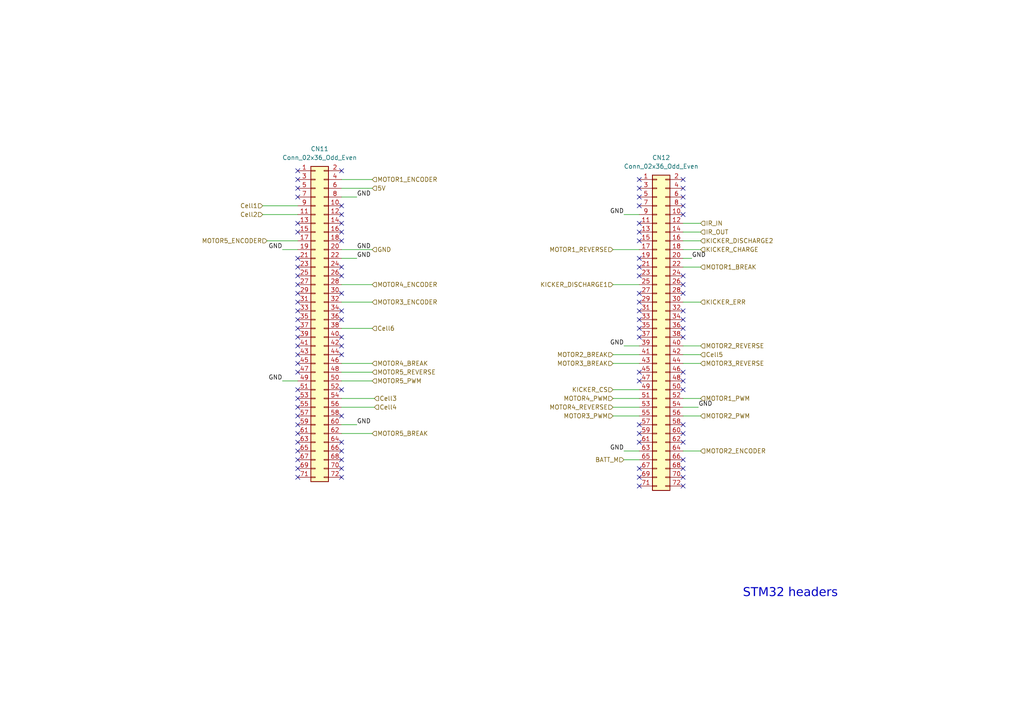
<source format=kicad_sch>
(kicad_sch (version 20231120) (generator "eeschema") (generator_version "8.0")
  (paper "A4")
  (lib_symbols
    (symbol "Connector_Generic:Conn_02x36_Odd_Even" (pin_names (offset 1.016) hide)
      (property "Reference" "J" (at 1.27 45.72 0))
      (property "Value" "Conn_02x36_Odd_Even" (at 1.27 -48.26 0))
      (symbol "Conn_02x36_Odd_Even_1_1"
        (rectangle (start -1.27 -45.593) (end 0 -45.847) (stroke (width 0.1524)))
        (rectangle (start -1.27 -43.053) (end 0 -43.307) (stroke (width 0.1524)))
        (rectangle (start -1.27 -40.513) (end 0 -40.767) (stroke (width 0.1524)))
        (rectangle (start -1.27 -37.973) (end 0 -38.227) (stroke (width 0.1524)))
        (rectangle (start -1.27 -35.433) (end 0 -35.687) (stroke (width 0.1524)))
        (rectangle (start -1.27 -32.893) (end 0 -33.147) (stroke (width 0.1524)))
        (rectangle (start -1.27 -30.353) (end 0 -30.607) (stroke (width 0.1524)))
        (rectangle (start -1.27 -27.813) (end 0 -28.067) (stroke (width 0.1524)))
        (rectangle (start -1.27 -25.273) (end 0 -25.527) (stroke (width 0.1524)))
        (rectangle (start -1.27 -22.733) (end 0 -22.987) (stroke (width 0.1524)))
        (rectangle (start -1.27 -20.193) (end 0 -20.447) (stroke (width 0.1524)))
        (rectangle (start -1.27 -17.653) (end 0 -17.907) (stroke (width 0.1524)))
        (rectangle (start -1.27 -15.113) (end 0 -15.367) (stroke (width 0.1524)))
        (rectangle (start -1.27 -12.573) (end 0 -12.827) (stroke (width 0.1524)))
        (rectangle (start -1.27 -10.033) (end 0 -10.287) (stroke (width 0.1524)))
        (rectangle (start -1.27 -7.493) (end 0 -7.747) (stroke (width 0.1524)))
        (rectangle (start -1.27 -4.953) (end 0 -5.207) (stroke (width 0.1524)))
        (rectangle (start -1.27 -2.413) (end 0 -2.667) (stroke (width 0.1524)))
        (rectangle (start -1.27 0.127) (end 0 -0.127) (stroke (width 0.1524)))
        (rectangle (start -1.27 2.667) (end 0 2.413) (stroke (width 0.1524)))
        (rectangle (start -1.27 5.207) (end 0 4.953) (stroke (width 0.1524)))
        (rectangle (start -1.27 7.747) (end 0 7.493) (stroke (width 0.1524)))
        (rectangle (start -1.27 10.287) (end 0 10.033) (stroke (width 0.1524)))
        (rectangle (start -1.27 12.827) (end 0 12.573) (stroke (width 0.1524)))
        (rectangle (start -1.27 15.367) (end 0 15.113) (stroke (width 0.1524)))
        (rectangle (start -1.27 17.907) (end 0 17.653) (stroke (width 0.1524)))
        (rectangle (start -1.27 20.447) (end 0 20.193) (stroke (width 0.1524)))
        (rectangle (start -1.27 22.987) (end 0 22.733) (stroke (width 0.1524)))
        (rectangle (start -1.27 25.527) (end 0 25.273) (stroke (width 0.1524)))
        (rectangle (start -1.27 28.067) (end 0 27.813) (stroke (width 0.1524)))
        (rectangle (start -1.27 30.607) (end 0 30.353) (stroke (width 0.1524)))
        (rectangle (start -1.27 33.147) (end 0 32.893) (stroke (width 0.1524)))
        (rectangle (start -1.27 35.687) (end 0 35.433) (stroke (width 0.1524)))
        (rectangle (start -1.27 38.227) (end 0 37.973) (stroke (width 0.1524)))
        (rectangle (start -1.27 40.767) (end 0 40.513) (stroke (width 0.1524)))
        (rectangle (start -1.27 43.307) (end 0 43.053) (stroke (width 0.1524)))
        (rectangle (start -1.27 44.45) (end 3.81 -46.99) (stroke (width 0.254)) (fill (type background)))
        (rectangle (start 3.81 -45.593) (end 2.54 -45.847) (stroke (width 0.1524)))
        (rectangle (start 3.81 -43.053) (end 2.54 -43.307) (stroke (width 0.1524)))
        (rectangle (start 3.81 -40.513) (end 2.54 -40.767) (stroke (width 0.1524)))
        (rectangle (start 3.81 -37.973) (end 2.54 -38.227) (stroke (width 0.1524)))
        (rectangle (start 3.81 -35.433) (end 2.54 -35.687) (stroke (width 0.1524)))
        (rectangle (start 3.81 -32.893) (end 2.54 -33.147) (stroke (width 0.1524)))
        (rectangle (start 3.81 -30.353) (end 2.54 -30.607) (stroke (width 0.1524)))
        (rectangle (start 3.81 -27.813) (end 2.54 -28.067) (stroke (width 0.1524)))
        (rectangle (start 3.81 -25.273) (end 2.54 -25.527) (stroke (width 0.1524)))
        (rectangle (start 3.81 -22.733) (end 2.54 -22.987) (stroke (width 0.1524)))
        (rectangle (start 3.81 -20.193) (end 2.54 -20.447) (stroke (width 0.1524)))
        (rectangle (start 3.81 -17.653) (end 2.54 -17.907) (stroke (width 0.1524)))
        (rectangle (start 3.81 -15.113) (end 2.54 -15.367) (stroke (width 0.1524)))
        (rectangle (start 3.81 -12.573) (end 2.54 -12.827) (stroke (width 0.1524)))
        (rectangle (start 3.81 -10.033) (end 2.54 -10.287) (stroke (width 0.1524)))
        (rectangle (start 3.81 -7.493) (end 2.54 -7.747) (stroke (width 0.1524)))
        (rectangle (start 3.81 -4.953) (end 2.54 -5.207) (stroke (width 0.1524)))
        (rectangle (start 3.81 -2.413) (end 2.54 -2.667) (stroke (width 0.1524)))
        (rectangle (start 3.81 0.127) (end 2.54 -0.127) (stroke (width 0.1524)))
        (rectangle (start 3.81 2.667) (end 2.54 2.413) (stroke (width 0.1524)))
        (rectangle (start 3.81 5.207) (end 2.54 4.953) (stroke (width 0.1524)))
        (rectangle (start 3.81 7.747) (end 2.54 7.493) (stroke (width 0.1524)))
        (rectangle (start 3.81 10.287) (end 2.54 10.033) (stroke (width 0.1524)))
        (rectangle (start 3.81 12.827) (end 2.54 12.573) (stroke (width 0.1524)))
        (rectangle (start 3.81 15.367) (end 2.54 15.113) (stroke (width 0.1524)))
        (rectangle (start 3.81 17.907) (end 2.54 17.653) (stroke (width 0.1524)))
        (rectangle (start 3.81 20.447) (end 2.54 20.193) (stroke (width 0.1524)))
        (rectangle (start 3.81 22.987) (end 2.54 22.733) (stroke (width 0.1524)))
        (rectangle (start 3.81 25.527) (end 2.54 25.273) (stroke (width 0.1524)))
        (rectangle (start 3.81 28.067) (end 2.54 27.813) (stroke (width 0.1524)))
        (rectangle (start 3.81 30.607) (end 2.54 30.353) (stroke (width 0.1524)))
        (rectangle (start 3.81 33.147) (end 2.54 32.893) (stroke (width 0.1524)))
        (rectangle (start 3.81 35.687) (end 2.54 35.433) (stroke (width 0.1524)))
        (rectangle (start 3.81 38.227) (end 2.54 37.973) (stroke (width 0.1524)))
        (rectangle (start 3.81 40.767) (end 2.54 40.513) (stroke (width 0.1524)))
        (rectangle (start 3.81 43.307) (end 2.54 43.053) (stroke (width 0.1524)))
        (pin passive line (at -5.08 43.18 0) (length 3.81) (name "Pin_1") (number "1"))
        (pin passive line (at 7.62 33.02 180) (length 3.81) (name "Pin_10") (number "10"))
        (pin passive line (at -5.08 30.48 0) (length 3.81) (name "Pin_11") (number "11"))
        (pin passive line (at 7.62 30.48 180) (length 3.81) (name "Pin_12") (number "12"))
        (pin passive line (at -5.08 27.94 0) (length 3.81) (name "Pin_13") (number "13"))
        (pin passive line (at 7.62 27.94 180) (length 3.81) (name "Pin_14") (number "14"))
        (pin passive line (at -5.08 25.4 0) (length 3.81) (name "Pin_15") (number "15"))
        (pin passive line (at 7.62 25.4 180) (length 3.81) (name "Pin_16") (number "16"))
        (pin passive line (at -5.08 22.86 0) (length 3.81) (name "Pin_17") (number "17"))
        (pin passive line (at 7.62 22.86 180) (length 3.81) (name "Pin_18") (number "18"))
        (pin passive line (at -5.08 20.32 0) (length 3.81) (name "Pin_19") (number "19"))
        (pin passive line (at 7.62 43.18 180) (length 3.81) (name "Pin_2") (number "2"))
        (pin passive line (at 7.62 20.32 180) (length 3.81) (name "Pin_20") (number "20"))
        (pin passive line (at -5.08 17.78 0) (length 3.81) (name "Pin_21") (number "21"))
        (pin passive line (at 7.62 17.78 180) (length 3.81) (name "Pin_22") (number "22"))
        (pin passive line (at -5.08 15.24 0) (length 3.81) (name "Pin_23") (number "23"))
        (pin passive line (at 7.62 15.24 180) (length 3.81) (name "Pin_24") (number "24"))
        (pin passive line (at -5.08 12.7 0) (length 3.81) (name "Pin_25") (number "25"))
        (pin passive line (at 7.62 12.7 180) (length 3.81) (name "Pin_26") (number "26"))
        (pin passive line (at -5.08 10.16 0) (length 3.81) (name "Pin_27") (number "27"))
        (pin passive line (at 7.62 10.16 180) (length 3.81) (name "Pin_28") (number "28"))
        (pin passive line (at -5.08 7.62 0) (length 3.81) (name "Pin_29") (number "29"))
        (pin passive line (at -5.08 40.64 0) (length 3.81) (name "Pin_3") (number "3"))
        (pin passive line (at 7.62 7.62 180) (length 3.81) (name "Pin_30") (number "30"))
        (pin passive line (at -5.08 5.08 0) (length 3.81) (name "Pin_31") (number "31"))
        (pin passive line (at 7.62 5.08 180) (length 3.81) (name "Pin_32") (number "32"))
        (pin passive line (at -5.08 2.54 0) (length 3.81) (name "Pin_33") (number "33"))
        (pin passive line (at 7.62 2.54 180) (length 3.81) (name "Pin_34") (number "34"))
        (pin passive line (at -5.08 0 0) (length 3.81) (name "Pin_35") (number "35"))
        (pin passive line (at 7.62 0 180) (length 3.81) (name "Pin_36") (number "36"))
        (pin passive line (at -5.08 -2.54 0) (length 3.81) (name "Pin_37") (number "37"))
        (pin passive line (at 7.62 -2.54 180) (length 3.81) (name "Pin_38") (number "38"))
        (pin passive line (at -5.08 -5.08 0) (length 3.81) (name "Pin_39") (number "39"))
        (pin passive line (at 7.62 40.64 180) (length 3.81) (name "Pin_4") (number "4"))
        (pin passive line (at 7.62 -5.08 180) (length 3.81) (name "Pin_40") (number "40"))
        (pin passive line (at -5.08 -7.62 0) (length 3.81) (name "Pin_41") (number "41"))
        (pin passive line (at 7.62 -7.62 180) (length 3.81) (name "Pin_42") (number "42"))
        (pin passive line (at -5.08 -10.16 0) (length 3.81) (name "Pin_43") (number "43"))
        (pin passive line (at 7.62 -10.16 180) (length 3.81) (name "Pin_44") (number "44"))
        (pin passive line (at -5.08 -12.7 0) (length 3.81) (name "Pin_45") (number "45"))
        (pin passive line (at 7.62 -12.7 180) (length 3.81) (name "Pin_46") (number "46"))
        (pin passive line (at -5.08 -15.24 0) (length 3.81) (name "Pin_47") (number "47"))
        (pin passive line (at 7.62 -15.24 180) (length 3.81) (name "Pin_48") (number "48"))
        (pin passive line (at -5.08 -17.78 0) (length 3.81) (name "Pin_49") (number "49"))
        (pin passive line (at -5.08 38.1 0) (length 3.81) (name "Pin_5") (number "5"))
        (pin passive line (at 7.62 -17.78 180) (length 3.81) (name "Pin_50") (number "50"))
        (pin passive line (at -5.08 -20.32 0) (length 3.81) (name "Pin_51") (number "51"))
        (pin passive line (at 7.62 -20.32 180) (length 3.81) (name "Pin_52") (number "52"))
        (pin passive line (at -5.08 -22.86 0) (length 3.81) (name "Pin_53") (number "53"))
        (pin passive line (at 7.62 -22.86 180) (length 3.81) (name "Pin_54") (number "54"))
        (pin passive line (at -5.08 -25.4 0) (length 3.81) (name "Pin_55") (number "55"))
        (pin passive line (at 7.62 -25.4 180) (length 3.81) (name "Pin_56") (number "56"))
        (pin passive line (at -5.08 -27.94 0) (length 3.81) (name "Pin_57") (number "57"))
        (pin passive line (at 7.62 -27.94 180) (length 3.81) (name "Pin_58") (number "58"))
        (pin passive line (at -5.08 -30.48 0) (length 3.81) (name "Pin_59") (number "59"))
        (pin passive line (at 7.62 38.1 180) (length 3.81) (name "Pin_6") (number "6"))
        (pin passive line (at 7.62 -30.48 180) (length 3.81) (name "Pin_60") (number "60"))
        (pin passive line (at -5.08 -33.02 0) (length 3.81) (name "Pin_61") (number "61"))
        (pin passive line (at 7.62 -33.02 180) (length 3.81) (name "Pin_62") (number "62"))
        (pin passive line (at -5.08 -35.56 0) (length 3.81) (name "Pin_63") (number "63"))
        (pin passive line (at 7.62 -35.56 180) (length 3.81) (name "Pin_64") (number "64"))
        (pin passive line (at -5.08 -38.1 0) (length 3.81) (name "Pin_65") (number "65"))
        (pin passive line (at 7.62 -38.1 180) (length 3.81) (name "Pin_66") (number "66"))
        (pin passive line (at -5.08 -40.64 0) (length 3.81) (name "Pin_67") (number "67"))
        (pin passive line (at 7.62 -40.64 180) (length 3.81) (name "Pin_68") (number "68"))
        (pin passive line (at -5.08 -43.18 0) (length 3.81) (name "Pin_69") (number "69"))
        (pin passive line (at -5.08 35.56 0) (length 3.81) (name "Pin_7") (number "7"))
        (pin passive line (at 7.62 -43.18 180) (length 3.81) (name "Pin_70") (number "70"))
        (pin passive line (at -5.08 -45.72 0) (length 3.81) (name "Pin_71") (number "71"))
        (pin passive line (at 7.62 -45.72 180) (length 3.81) (name "Pin_72") (number "72"))
        (pin passive line (at 7.62 35.56 180) (length 3.81) (name "Pin_8") (number "8"))
        (pin passive line (at -5.08 33.02 0) (length 3.81) (name "Pin_9") (number "9"))
      )
    )
  )
  (no_connect (at 185.42 97.79))
  (no_connect (at 86.36 135.89))
  (no_connect (at 86.36 130.81))
  (no_connect (at 185.42 110.49))
  (no_connect (at 86.36 67.31))
  (no_connect (at 198.12 123.19))
  (no_connect (at 86.36 105.41))
  (no_connect (at 99.06 77.47))
  (no_connect (at 99.06 64.77))
  (no_connect (at 198.12 113.03))
  (no_connect (at 99.06 62.23))
  (no_connect (at 185.42 90.17))
  (no_connect (at 198.12 57.15))
  (no_connect (at 198.12 107.95))
  (no_connect (at 198.12 138.43))
  (no_connect (at 99.06 90.17))
  (no_connect (at 86.36 54.61))
  (no_connect (at 198.12 82.55))
  (no_connect (at 99.06 67.31))
  (no_connect (at 86.36 77.47))
  (no_connect (at 86.36 87.63))
  (no_connect (at 86.36 52.07))
  (no_connect (at 185.42 123.19))
  (no_connect (at 86.36 74.93))
  (no_connect (at 86.36 128.27))
  (no_connect (at 185.42 140.97))
  (no_connect (at 185.42 135.89))
  (no_connect (at 86.36 85.09))
  (no_connect (at 99.06 80.01))
  (no_connect (at 99.06 130.81))
  (no_connect (at 198.12 135.89))
  (no_connect (at 198.12 97.79))
  (no_connect (at 99.06 97.79))
  (no_connect (at 99.06 102.87))
  (no_connect (at 185.42 125.73))
  (no_connect (at 86.36 100.33))
  (no_connect (at 198.12 95.25))
  (no_connect (at 198.12 54.61))
  (no_connect (at 99.06 69.85))
  (no_connect (at 185.42 69.85))
  (no_connect (at 198.12 110.49))
  (no_connect (at 99.06 59.69))
  (no_connect (at 86.36 138.43))
  (no_connect (at 185.42 57.15))
  (no_connect (at 86.36 90.17))
  (no_connect (at 198.12 52.07))
  (no_connect (at 185.42 138.43))
  (no_connect (at 198.12 133.35))
  (no_connect (at 198.12 140.97))
  (no_connect (at 185.42 85.09))
  (no_connect (at 185.42 77.47))
  (no_connect (at 185.42 54.61))
  (no_connect (at 198.12 85.09))
  (no_connect (at 198.12 62.23))
  (no_connect (at 185.42 74.93))
  (no_connect (at 86.36 57.15))
  (no_connect (at 86.36 80.01))
  (no_connect (at 198.12 128.27))
  (no_connect (at 86.36 118.11))
  (no_connect (at 99.06 92.71))
  (no_connect (at 86.36 133.35))
  (no_connect (at 86.36 95.25))
  (no_connect (at 99.06 85.09))
  (no_connect (at 86.36 123.19))
  (no_connect (at 185.42 52.07))
  (no_connect (at 198.12 92.71))
  (no_connect (at 198.12 59.69))
  (no_connect (at 86.36 97.79))
  (no_connect (at 86.36 120.65))
  (no_connect (at 185.42 67.31))
  (no_connect (at 185.42 59.69))
  (no_connect (at 185.42 80.01))
  (no_connect (at 86.36 92.71))
  (no_connect (at 86.36 82.55))
  (no_connect (at 99.06 113.03))
  (no_connect (at 99.06 138.43))
  (no_connect (at 99.06 120.65))
  (no_connect (at 99.06 135.89))
  (no_connect (at 185.42 64.77))
  (no_connect (at 198.12 80.01))
  (no_connect (at 185.42 107.95))
  (no_connect (at 99.06 133.35))
  (no_connect (at 185.42 87.63))
  (no_connect (at 185.42 95.25))
  (no_connect (at 99.06 100.33))
  (no_connect (at 86.36 113.03))
  (no_connect (at 99.06 49.53))
  (no_connect (at 86.36 125.73))
  (no_connect (at 86.36 107.95))
  (no_connect (at 86.36 64.77))
  (no_connect (at 86.36 102.87))
  (no_connect (at 198.12 90.17))
  (no_connect (at 185.42 92.71))
  (no_connect (at 198.12 125.73))
  (no_connect (at 185.42 128.27))
  (no_connect (at 86.36 115.57))
  (no_connect (at 86.36 49.53))
  (no_connect (at 99.06 128.27))
  (wire (pts (xy 177.8 102.87) (xy 185.42 102.87)))
  (wire (pts (xy 203.2 105.41) (xy 198.12 105.41)))
  (wire (pts (xy 177.8 105.41) (xy 185.42 105.41)))
  (wire (pts (xy 177.8 118.11) (xy 185.42 118.11)))
  (wire (pts (xy 76.2 59.69) (xy 86.36 59.69)))
  (wire (pts (xy 203.2 77.47) (xy 198.12 77.47)))
  (wire (pts (xy 99.06 74.93) (xy 103.505 74.93)))
  (wire (pts (xy 107.95 125.73) (xy 99.06 125.73)))
  (wire (pts (xy 203.2 87.63) (xy 198.12 87.63)))
  (wire (pts (xy 107.95 110.49) (xy 99.06 110.49)))
  (wire (pts (xy 77.47 69.85) (xy 86.36 69.85)))
  (wire (pts (xy 107.95 95.25) (xy 99.06 95.25)))
  (wire (pts (xy 107.95 107.95) (xy 99.06 107.95)))
  (wire (pts (xy 177.8 113.03) (xy 185.42 113.03)))
  (wire (pts (xy 76.2 62.23) (xy 86.36 62.23)))
  (wire (pts (xy 203.2 67.31) (xy 198.12 67.31)))
  (wire (pts (xy 185.42 130.81) (xy 180.975 130.81)))
  (wire (pts (xy 203.2 115.57) (xy 198.12 115.57)))
  (wire (pts (xy 198.12 74.93) (xy 200.66 74.93)))
  (wire (pts (xy 99.06 123.19) (xy 103.505 123.19)))
  (wire (pts (xy 203.2 64.77) (xy 198.12 64.77)))
  (wire (pts (xy 198.12 118.11) (xy 202.565 118.11)))
  (wire (pts (xy 203.2 120.65) (xy 198.12 120.65)))
  (wire (pts (xy 203.2 100.33) (xy 198.12 100.33)))
  (wire (pts (xy 86.36 110.49) (xy 81.915 110.49)))
  (wire (pts (xy 86.36 72.39) (xy 81.915 72.39)))
  (wire (pts (xy 185.42 62.23) (xy 180.975 62.23)))
  (wire (pts (xy 108.585 118.11) (xy 99.06 118.11)))
  (wire (pts (xy 180.975 133.35) (xy 185.42 133.35)))
  (wire (pts (xy 107.95 82.55) (xy 99.06 82.55)))
  (wire (pts (xy 203.2 130.81) (xy 198.12 130.81)))
  (wire (pts (xy 177.8 72.39) (xy 185.42 72.39)))
  (wire (pts (xy 99.06 72.39) (xy 107.95 72.39)))
  (wire (pts (xy 203.2 69.85) (xy 198.12 69.85)))
  (wire (pts (xy 177.8 115.57) (xy 185.42 115.57)))
  (wire (pts (xy 99.06 54.61) (xy 107.95 54.61)))
  (wire (pts (xy 107.95 87.63) (xy 99.06 87.63)))
  (wire (pts (xy 177.8 82.55) (xy 185.42 82.55)))
  (wire (pts (xy 203.2 102.87) (xy 198.12 102.87)))
  (wire (pts (xy 99.06 57.15) (xy 103.505 57.15)))
  (wire (pts (xy 107.95 105.41) (xy 99.06 105.41)))
  (wire (pts (xy 203.2 72.39) (xy 198.12 72.39)))
  (wire (pts (xy 107.95 52.07) (xy 99.06 52.07)))
  (wire (pts (xy 177.8 120.65) (xy 185.42 120.65)))
  (wire (pts (xy 108.585 115.57) (xy 99.06 115.57)))
  (wire (pts (xy 185.42 100.33) (xy 180.975 100.33)))
  (text "STM32 headers" (at 229.235 172.72 0) (effects (font (size 2.54 2.54))))
  (label "GND" (at 103.505 72.39 0))
  (label "GND" (at 103.505 123.19 0))
  (label "GND" (at 81.915 110.49 180))
  (label "GND" (at 202.565 118.11 0))
  (label "GND" (at 103.505 74.93 0))
  (label "GND" (at 180.975 100.33 180))
  (label "GND" (at 103.505 57.15 0))
  (label "GND" (at 180.975 130.81 180))
  (label "GND" (at 200.66 74.93 0))
  (label "GND" (at 180.975 62.23 180))
  (label "GND" (at 81.915 72.39 180))
  (hierarchical_label "Cell6" (shape input) (at 107.95 95.25 0))
  (hierarchical_label "5V" (shape input) (at 107.95 54.61 0))
  (hierarchical_label "MOTOR3_REVERSE" (shape input) (at 203.2 105.41 0))
  (hierarchical_label "MOTOR1_BREAK" (shape input) (at 203.2 77.47 0))
  (hierarchical_label "MOTOR4_PWM" (shape input) (at 177.8 115.57 180))
  (hierarchical_label "Cell3" (shape input) (at 108.585 115.57 0))
  (hierarchical_label "KICKER_DISCHARGE2" (shape input) (at 203.2 69.85 0))
  (hierarchical_label "MOTOR4_REVERSE" (shape input) (at 177.8 118.11 180))
  (hierarchical_label "MOTOR4_ENCODER" (shape input) (at 107.95 82.55 0))
  (hierarchical_label "MOTOR3_PWM" (shape input) (at 177.8 120.65 180))
  (hierarchical_label "MOTOR5_REVERSE" (shape input) (at 107.95 107.95 0))
  (hierarchical_label "MOTOR1_ENCODER" (shape input) (at 107.95 52.07 0))
  (hierarchical_label "Cell5" (shape input) (at 203.2 102.87 0))
  (hierarchical_label "KICKER_DISCHARGE1" (shape input) (at 177.8 82.55 180))
  (hierarchical_label "MOTOR4_BREAK" (shape input) (at 107.95 105.41 0))
  (hierarchical_label "IR_OUT" (shape input) (at 203.2 67.31 0))
  (hierarchical_label "KICKER_CHARGE" (shape input) (at 203.2 72.39 0))
  (hierarchical_label "MOTOR5_PWM" (shape input) (at 107.95 110.49 0))
  (hierarchical_label "MOTOR1_REVERSE" (shape input) (at 177.8 72.39 180))
  (hierarchical_label "GND" (shape input) (at 107.95 72.39 0))
  (hierarchical_label "KICKER_CS" (shape input) (at 177.8 113.03 180))
  (hierarchical_label "Cell1" (shape input) (at 76.2 59.69 180))
  (hierarchical_label "MOTOR5_ENCODER" (shape input) (at 77.47 69.85 180))
  (hierarchical_label "BATT_M" (shape input) (at 180.975 133.35 180))
  (hierarchical_label "MOTOR2_PWM" (shape input) (at 203.2 120.65 0))
  (hierarchical_label "MOTOR5_BREAK" (shape input) (at 107.95 125.73 0))
  (hierarchical_label "Cell4" (shape input) (at 108.585 118.11 0))
  (hierarchical_label "Cell2" (shape input) (at 76.2 62.23 180))
  (hierarchical_label "MOTOR1_PWM" (shape input) (at 203.2 115.57 0))
  (hierarchical_label "MOTOR2_ENCODER" (shape input) (at 203.2 130.81 0))
  (hierarchical_label "MOTOR2_REVERSE" (shape input) (at 203.2 100.33 0))
  (hierarchical_label "MOTOR2_BREAK" (shape input) (at 177.8 102.87 180))
  (hierarchical_label "KICKER_ERR" (shape input) (at 203.2 87.63 0))
  (hierarchical_label "MOTOR3_BREAK" (shape input) (at 177.8 105.41 180))
  (hierarchical_label "IR_IN" (shape input) (at 203.2 64.77 0))
  (hierarchical_label "MOTOR3_ENCODER" (shape input) (at 107.95 87.63 0))
  (symbol (lib_id "Connector_Generic:Conn_02x36_Odd_Even") (at 91.44 92.71 0) (unit 1) (in_bom no)
    (property "Reference" "CN11" (at 92.71 43.18 0))
    (property "Value" "Conn_02x36_Odd_Even" (at 92.71 45.72 0))
    (property "Footprint" "Connector_PinHeader_2.54mm:PinHeader_2x36_P2.54mm_Vertical_SMD" (effects (hide yes)))
    (property "Description" "Generic connector, double row, 02x36, odd/even pin numbering scheme (row 1 odd numbers, row 2 even numbers), script generated (kicad-library-utils/schlib/autogen/connector/)" (effects (hide yes)))
  )
  (symbol (lib_id "Connector_Generic:Conn_02x36_Odd_Even") (at 190.5 95.25 0) (unit 1) (in_bom no)
    (property "Reference" "CN12" (at 191.77 45.72 0))
    (property "Value" "Conn_02x36_Odd_Even" (at 191.77 48.26 0))
    (property "Footprint" "Connector_PinHeader_2.54mm:PinHeader_2x36_P2.54mm_Vertical_SMD" (effects (hide yes)))
    (property "Description" "Generic connector, double row, 02x36, odd/even pin numbering scheme (row 1 odd numbers, row 2 even numbers), script generated (kicad-library-utils/schlib/autogen/connector/)" (effects (hide yes)))
  )
)
</source>
